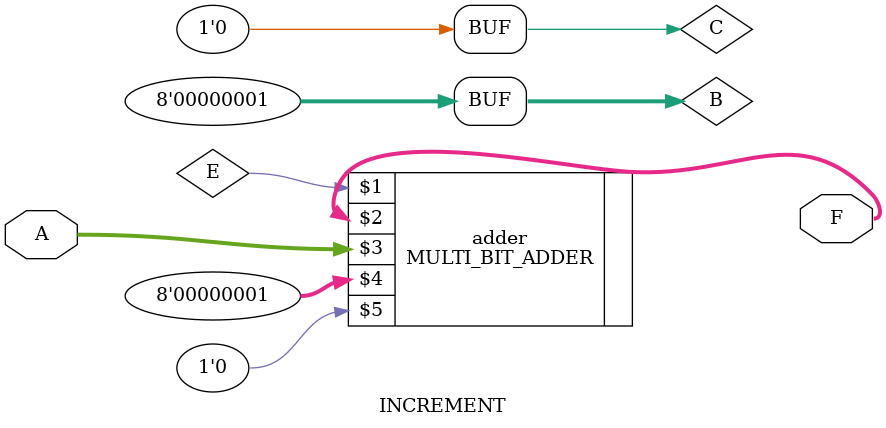
<source format=v>

`timescale 1ns/1ps
`include "../MULTI_BIT_ADDER/MULTI_BIT_ADDER.v"

module INCREMENT(

    output wire [7:0] F,
    input wire [7:0] A

    );

    wire E;
    wire [7:0] B; 
    wire C;         

    //B is set to 1 and C is set to 0.

    assign B = 8'b0000_0001;
    assign C = 0;

    MULTI_BIT_ADDER adder(E, F, A, B, C);

endmodule
</source>
